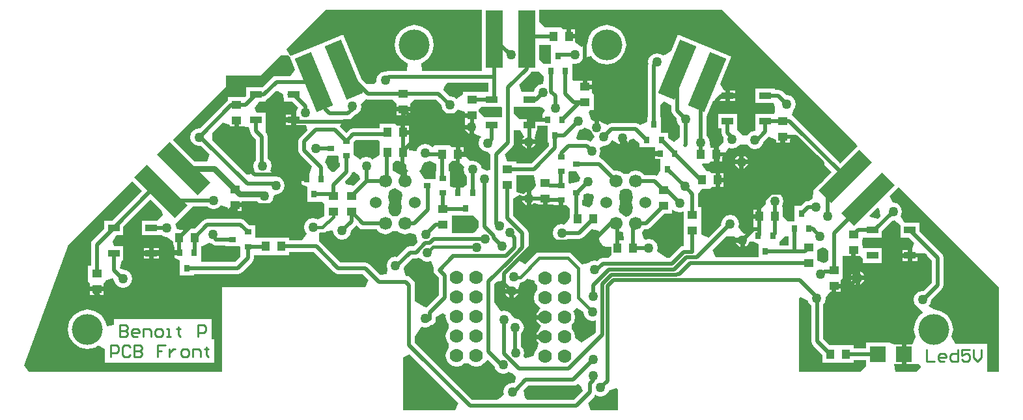
<source format=gtl>
%FSLAX24Y24*%
%MOIN*%
G70*
G01*
G75*
G04 Layer_Physical_Order=1*
G04 Layer_Color=255*
%ADD10R,0.0400X0.0500*%
G04:AMPARAMS|DCode=11|XSize=90.6mil|YSize=295.3mil|CornerRadius=0mil|HoleSize=0mil|Usage=FLASHONLY|Rotation=337.500|XOffset=0mil|YOffset=0mil|HoleType=Round|Shape=Rectangle|*
%AMROTATEDRECTD11*
4,1,4,-0.0983,-0.1191,0.0147,0.1537,0.0983,0.1191,-0.0147,-0.1537,-0.0983,-0.1191,0.0*
%
%ADD11ROTATEDRECTD11*%

%ADD12R,0.0354X0.0315*%
%ADD13R,0.0315X0.0354*%
%ADD14R,0.0500X0.0400*%
%ADD15R,0.0906X0.2953*%
G04:AMPARAMS|DCode=16|XSize=90.6mil|YSize=295.3mil|CornerRadius=0mil|HoleSize=0mil|Usage=FLASHONLY|Rotation=22.500|XOffset=0mil|YOffset=0mil|HoleType=Round|Shape=Rectangle|*
%AMROTATEDRECTD16*
4,1,4,0.0147,-0.1537,-0.0983,0.1191,-0.0147,0.1537,0.0983,-0.1191,0.0147,-0.1537,0.0*
%
%ADD16ROTATEDRECTD16*%

%ADD17R,0.0591X0.0354*%
G04:AMPARAMS|DCode=18|XSize=90.6mil|YSize=295.3mil|CornerRadius=0mil|HoleSize=0mil|Usage=FLASHONLY|Rotation=315.000|XOffset=0mil|YOffset=0mil|HoleType=Round|Shape=Rectangle|*
%AMROTATEDRECTD18*
4,1,4,-0.1364,-0.0724,0.0724,0.1364,0.1364,0.0724,-0.0724,-0.1364,-0.1364,-0.0724,0.0*
%
%ADD18ROTATEDRECTD18*%

G04:AMPARAMS|DCode=19|XSize=90.6mil|YSize=295.3mil|CornerRadius=0mil|HoleSize=0mil|Usage=FLASHONLY|Rotation=45.000|XOffset=0mil|YOffset=0mil|HoleType=Round|Shape=Rectangle|*
%AMROTATEDRECTD19*
4,1,4,0.0724,-0.1364,-0.1364,0.0724,-0.0724,0.1364,0.1364,-0.0724,0.0724,-0.1364,0.0*
%
%ADD19ROTATEDRECTD19*%

%ADD20R,0.0800X0.0800*%
%ADD21C,0.0197*%
%ADD22C,0.0157*%
%ADD23C,0.0315*%
%ADD24C,0.0100*%
%ADD25C,0.1575*%
%ADD26C,0.0700*%
%ADD27C,0.0600*%
%ADD28C,0.0669*%
%ADD29C,0.0500*%
G36*
X18864Y16018D02*
X18922Y15628D01*
X18799Y15504D01*
X18412Y15581D01*
X18381Y15658D01*
X18783Y16061D01*
X18864Y16018D01*
D02*
G37*
G36*
X4192Y16760D02*
X4273Y16638D01*
X4254Y16609D01*
X4200Y16339D01*
X4216Y16258D01*
X4049Y16055D01*
X3678Y16188D01*
Y16465D01*
X3751D01*
Y16741D01*
X3906Y16788D01*
X4192Y16760D01*
D02*
G37*
G36*
X1298Y17183D02*
X1182Y17010D01*
X1069Y16917D01*
Y16535D01*
Y16202D01*
X1085Y16206D01*
X1201Y16283D01*
X1265Y16288D01*
X1426Y16239D01*
D01*
X1426Y16239D01*
Y16239D01*
X1426D01*
D01*
Y16239D01*
D01*
D01*
X1426Y16239D01*
D01*
D01*
D01*
D01*
X1656D01*
Y16539D01*
X1896D01*
Y16239D01*
X2031D01*
X2031Y16239D01*
X2031Y16239D01*
X2126Y16239D01*
X2126D01*
X2309Y16191D01*
X2404Y16191D01*
X2404Y16191D01*
X2404Y16191D01*
X2467D01*
Y16449D01*
X2707D01*
Y16191D01*
X2718D01*
X2718Y16191D01*
X2718Y16191D01*
X2864Y16191D01*
D01*
Y16191D01*
X2864D01*
X3044Y16011D01*
Y15954D01*
X3044D01*
Y15562D01*
X2895Y15339D01*
X2740Y15212D01*
X2626Y15234D01*
X2450Y15199D01*
X2302Y15100D01*
X2202Y14951D01*
X2167Y14776D01*
X2202Y14600D01*
X2302Y14451D01*
X2450Y14352D01*
X2626Y14317D01*
X2802Y14352D01*
X2950Y14451D01*
X2964Y14471D01*
X3516D01*
X3632Y14494D01*
X3731Y14560D01*
X4129Y14959D01*
X4519Y14901D01*
X4623Y14707D01*
X4567Y14623D01*
X4536Y14468D01*
X4567Y14314D01*
X4655Y14182D01*
X4786Y14095D01*
X4941Y14064D01*
D01*
D01*
D01*
X4941Y14064D01*
X4941Y14064D01*
X5168Y14056D01*
Y13780D01*
X5168Y13780D01*
X5168Y13780D01*
X5168Y13658D01*
X5011Y13501D01*
X4728D01*
X4612Y13478D01*
X4513Y13412D01*
X4424Y13323D01*
X4295Y13349D01*
X4120Y13314D01*
X3971Y13214D01*
X3666Y13166D01*
X3666Y13166D01*
X3146Y13685D01*
X3054Y13747D01*
X2945Y13768D01*
X1484D01*
X1375Y13747D01*
X1283Y13685D01*
X772Y13174D01*
X424Y13359D01*
X436Y13417D01*
X833Y13815D01*
X899Y13913D01*
X922Y14030D01*
X922Y14030D01*
X922Y14030D01*
Y14030D01*
Y14748D01*
D01*
Y14748D01*
X922D01*
D01*
Y14748D01*
X922D01*
Y14748D01*
D01*
D01*
D01*
D01*
D01*
X922Y14748D01*
X899Y14864D01*
X877Y14897D01*
X877Y14897D01*
X833Y14963D01*
X833Y14963D01*
X147Y15649D01*
Y16532D01*
X481Y16740D01*
X619Y16672D01*
X616Y16655D01*
X829D01*
Y16868D01*
X812Y16865D01*
X696Y16788D01*
X669Y16747D01*
X293Y16861D01*
Y17632D01*
Y17728D01*
X1190D01*
X1298Y17183D01*
D02*
G37*
G36*
X19954Y15166D02*
Y14540D01*
X20396D01*
X20677Y14259D01*
X20569Y13998D01*
Y13618D01*
Y13341D01*
X20844D01*
Y13577D01*
X21208Y13728D01*
X21558Y13378D01*
Y12232D01*
X21127Y11802D01*
X21091Y11809D01*
X20915Y11774D01*
X20766Y11675D01*
X20667Y11526D01*
X20632Y11350D01*
X20667Y11175D01*
X20766Y11026D01*
X20915Y10927D01*
D01*
X21132Y10682D01*
X20942Y10554D01*
X20723Y10228D01*
X20647Y9843D01*
X20723Y9457D01*
X20750Y9418D01*
X20564Y9071D01*
X20266D01*
Y8571D01*
Y8071D01*
X20646D01*
Y8071D01*
X20884D01*
X20999Y7956D01*
D01*
D01*
Y7905D01*
X20772Y7677D01*
X19702D01*
X19628Y8064D01*
X19646Y8071D01*
D01*
X19674Y8071D01*
X19674Y8071D01*
X19674Y8071D01*
X20026D01*
Y8571D01*
Y9071D01*
X19674D01*
X19674Y9071D01*
X19674Y9071D01*
X19646Y9071D01*
D01*
X19396Y9171D01*
X19367Y9171D01*
X19367Y9171D01*
X19367Y9171D01*
X18196D01*
Y8875D01*
X17554D01*
Y9021D01*
X16334D01*
X16013Y9342D01*
Y11122D01*
X16093Y11242D01*
X16128Y11417D01*
X16121Y11454D01*
X16371Y11758D01*
X16443D01*
Y12058D01*
X16563D01*
Y12178D01*
X16913D01*
Y12180D01*
X16913Y12180D01*
X16913Y12180D01*
X16913Y12358D01*
X17013Y12458D01*
X17013Y12637D01*
X17013Y12637D01*
X17013Y12637D01*
Y13258D01*
X17013D01*
Y13585D01*
X17209D01*
Y13585D01*
X17439D01*
Y13885D01*
X17679D01*
Y13585D01*
X17746D01*
X17746Y13585D01*
X17746Y13585D01*
X17909Y13585D01*
X18024Y13470D01*
Y13241D01*
X19015D01*
Y13995D01*
X18187D01*
X18187Y13995D01*
X18187Y13995D01*
X18024Y13995D01*
X18009Y14285D01*
D01*
X18024Y14540D01*
D01*
X19015D01*
Y14860D01*
X19563Y15408D01*
X19587Y15403D01*
X19649Y15416D01*
X19954Y15166D01*
D02*
G37*
G36*
X5760Y14797D02*
X5818Y14408D01*
X5793Y14383D01*
X5400Y14402D01*
X5354Y14458D01*
X5487Y14829D01*
X5575Y14846D01*
X5616Y14874D01*
X5760Y14797D01*
D02*
G37*
G36*
X-7767Y15041D02*
X-7668Y14975D01*
X-7552Y14952D01*
X-6845D01*
X-6791Y14870D01*
X-6614Y14752D01*
X-6406Y14711D01*
X-6197Y14752D01*
X-6020Y14870D01*
X-5791D01*
X-5614Y14752D01*
X-5406Y14711D01*
X-5197Y14752D01*
X-5176Y14767D01*
X-4953Y14722D01*
X-4828Y14671D01*
X-4752Y14285D01*
X-4952Y14085D01*
X-5137D01*
X-5254Y14061D01*
X-5352Y13995D01*
X-5812Y13535D01*
X-5882Y13549D01*
X-6057Y13514D01*
X-6206Y13415D01*
X-6306Y13266D01*
X-6341Y13091D01*
X-6306Y12915D01*
X-6306Y12915D01*
Y12915D01*
Y12915D01*
X-6306Y12915D01*
X-6306D01*
X-6328Y12660D01*
X-6666Y12626D01*
X-7220Y13180D01*
X-7319Y13246D01*
X-7435Y13270D01*
X-8035D01*
X-8051Y13273D01*
X-8693D01*
X-9722Y14302D01*
X-9787Y14345D01*
X-9787Y14739D01*
X-9782Y14742D01*
X-9755Y14783D01*
X-9618D01*
X-9509Y14804D01*
X-9417Y14866D01*
X-9417Y14866D01*
X-9081Y14882D01*
X-9046Y14706D01*
X-8946Y14557D01*
X-8798Y14458D01*
X-8622Y14423D01*
X-8446Y14458D01*
X-8298Y14557D01*
X-8198Y14706D01*
X-8163Y14882D01*
X-8168Y14906D01*
X-7931Y15143D01*
X-7875Y15149D01*
X-7767Y15041D01*
D02*
G37*
G36*
X-1954Y15650D02*
X-1902D01*
X-1623Y15372D01*
Y15090D01*
X-1617Y15061D01*
X-1796Y14843D01*
X-1925Y14756D01*
X-2999D01*
Y14789D01*
X-2999D01*
Y15589D01*
Y15650D01*
X-2668D01*
Y15650D01*
X-1954D01*
Y15650D01*
D02*
G37*
G36*
X-11912Y22018D02*
X-11641Y21872D01*
X-11643Y21862D01*
X-11620Y21746D01*
X-11594Y21707D01*
Y21485D01*
X-11152D01*
X-10870Y21204D01*
X-10913Y21102D01*
X-10916Y21097D01*
X-10917Y21091D01*
X-10978Y20943D01*
Y20563D01*
Y20286D01*
X-10703D01*
Y20286D01*
X-10457D01*
X-10406Y20032D01*
X-10774Y19664D01*
X-10840Y19565D01*
X-10863Y19449D01*
Y19012D01*
X-10863Y19012D01*
X-10863D01*
X-10840Y18895D01*
X-10774Y18797D01*
X-10154Y18176D01*
X-10305Y17813D01*
X-10309D01*
Y17535D01*
X-10429D01*
Y17415D01*
X-10687D01*
Y17404D01*
X-10687Y17404D01*
X-10687Y17404D01*
X-10687Y17258D01*
X-10413Y17125D01*
D01*
X-10413Y17125D01*
Y16371D01*
X-9698D01*
Y16371D01*
X-9630D01*
X-9529Y16270D01*
Y15640D01*
X-9876Y15454D01*
X-9931Y15491D01*
X-10106Y15526D01*
X-10282Y15491D01*
X-10431Y15391D01*
X-10530Y15243D01*
X-10565Y15067D01*
X-10530Y14891D01*
X-10431Y14742D01*
X-10666Y14391D01*
X-11320D01*
Y14537D01*
X-12920D01*
Y14537D01*
X-13068D01*
X-13068Y14703D01*
X-13068Y14703D01*
X-13068Y14703D01*
Y15172D01*
X-13372D01*
X-13604Y15404D01*
X-13702Y15470D01*
X-13819Y15493D01*
X-15519D01*
X-15635Y15470D01*
X-15734Y15404D01*
X-16157Y14981D01*
X-16398D01*
X-16398Y14981D01*
X-16398Y14981D01*
X-16576Y14981D01*
X-16664Y14894D01*
X-17050Y14971D01*
X-17164Y15245D01*
X-16975Y15434D01*
X-16975D01*
X-16975Y15434D01*
X-16272Y16137D01*
X-15539D01*
X-15525Y16117D01*
X-15376Y16017D01*
X-15201Y15982D01*
X-15025Y16017D01*
X-14876Y16117D01*
X-14825Y16193D01*
X-14448Y16079D01*
Y15904D01*
X-14218D01*
Y16204D01*
X-14098D01*
Y16324D01*
X-13748D01*
Y16407D01*
X-12975D01*
X-12923Y16329D01*
X-12774Y16230D01*
X-12598Y16195D01*
X-12423Y16230D01*
X-12274Y16329D01*
X-12175Y16478D01*
X-12140Y16654D01*
X-12041Y16752D01*
X-12008Y16746D01*
X-11832Y16781D01*
X-11683Y16880D01*
X-11584Y17029D01*
X-11549Y17205D01*
X-11584Y17380D01*
X-11683Y17529D01*
X-11832Y17629D01*
X-12008Y17664D01*
X-12089Y17647D01*
X-12308Y17975D01*
X-12269Y18033D01*
X-12234Y18209D01*
X-12269Y18384D01*
X-12368Y18533D01*
X-12436Y18578D01*
Y19701D01*
X-12459Y19817D01*
X-12525Y19916D01*
X-12532Y19923D01*
X-12532Y20186D01*
X-12532D01*
Y20940D01*
X-13005D01*
X-13095Y21158D01*
X-12876Y21485D01*
X-12532D01*
Y21574D01*
X-12498Y21581D01*
X-12399Y21647D01*
X-12029Y22018D01*
X-11912D01*
D02*
G37*
G36*
X3563Y17595D02*
X3556Y17585D01*
X3526Y17434D01*
X3456Y17396D01*
X3028Y17311D01*
X2964Y17338D01*
Y17554D01*
X2964D01*
Y17564D01*
X2968Y17568D01*
X2968D01*
Y17909D01*
X3001Y17942D01*
X3246Y17942D01*
X3246Y17942D01*
X3246Y17942D01*
X3377D01*
X3563Y17595D01*
D02*
G37*
G36*
X-7310Y21609D02*
X-6030D01*
X-5934Y21513D01*
D01*
X-5834Y21413D01*
X-5834Y21235D01*
X-5834Y21235D01*
X-5834Y21235D01*
Y21233D01*
X-5134D01*
Y21235D01*
X-5134Y21235D01*
X-5134Y21235D01*
X-5134Y21413D01*
X-5034Y21513D01*
D01*
X-4939Y21609D01*
X-3807D01*
X-3537Y21339D01*
X-3541Y21319D01*
X-3507Y21143D01*
X-3407Y20994D01*
X-3258Y20895D01*
X-3083Y20860D01*
X-2907Y20895D01*
X-2758Y20994D01*
X-2691Y21095D01*
X-2315Y20980D01*
X-2315Y20908D01*
X-2315Y20908D01*
X-2315Y20908D01*
Y20907D01*
X-1965D01*
Y20667D01*
X-2315D01*
Y20487D01*
X-2315D01*
X-2315Y20327D01*
X-2318Y20322D01*
X-2321Y20305D01*
X-1988D01*
Y20185D01*
X-1868D01*
Y19852D01*
X-1852Y19855D01*
X-1494Y19698D01*
D01*
X-1494Y19698D01*
X-1593Y19550D01*
X-1628Y19374D01*
X-1593Y19198D01*
X-1494Y19050D01*
X-1345Y18950D01*
X-1169Y18915D01*
X-1169Y18915D01*
X-1169Y18915D01*
X-1141Y18912D01*
X-1046Y18781D01*
Y17991D01*
X-1224Y17980D01*
X-1497Y18109D01*
X-1513Y18191D01*
X-1613Y18340D01*
X-1761Y18440D01*
X-1937Y18475D01*
X-2077Y18447D01*
X-2167Y18521D01*
X-2273Y18679D01*
X-2681D01*
Y18799D01*
X-2801D01*
Y19149D01*
X-2803D01*
X-2803Y19149D01*
X-2803Y19149D01*
X-2981Y19149D01*
X-3081Y19249D01*
X-3259Y19249D01*
X-3259Y19249D01*
X-3259Y19249D01*
X-3881D01*
Y19249D01*
X-4011Y19170D01*
X-4042Y19187D01*
X-4042Y19187D01*
Y19187D01*
X-4191Y19286D01*
X-4366Y19321D01*
X-4542Y19286D01*
X-4691Y19187D01*
X-4790Y19038D01*
X-4807Y18950D01*
X-5199Y18989D01*
Y19248D01*
X-5212D01*
Y19571D01*
X-5212D01*
Y19801D01*
X-5512D01*
Y19921D01*
X-5632D01*
Y20271D01*
X-5633D01*
X-5633Y20271D01*
X-5633Y20271D01*
X-5812Y20271D01*
X-5912Y20371D01*
X-6090Y20371D01*
X-6090Y20371D01*
X-6090Y20371D01*
X-6712D01*
Y20131D01*
X-8059D01*
X-8175Y20108D01*
X-8274Y20042D01*
X-8409Y19907D01*
X-8728Y20226D01*
X-8596Y20544D01*
X-8566Y20589D01*
X-8319D01*
X-8202Y20613D01*
X-8104Y20679D01*
X-7956Y20826D01*
X-7927Y20832D01*
X-7778Y20931D01*
X-7678Y21080D01*
X-7644Y21256D01*
X-7661Y21345D01*
X-7383Y21624D01*
X-7310Y21609D01*
D02*
G37*
G36*
X-5497Y18437D02*
X-5339Y18243D01*
X-5346Y18209D01*
X-5315Y18054D01*
X-5315Y18054D01*
X-5227Y17923D01*
X-5286Y17904D01*
Y17421D01*
X-5526D01*
Y17841D01*
X-5575Y17831D01*
X-5679Y17761D01*
X-6026Y17947D01*
Y18320D01*
X-5899Y18448D01*
D01*
X-5891Y18456D01*
X-5497Y18437D01*
D02*
G37*
G36*
X-8820Y18745D02*
X-8820D01*
X-8787Y18712D01*
Y18371D01*
X-8714D01*
Y18191D01*
X-8992Y17913D01*
X-9156Y17913D01*
X-9377Y18134D01*
D01*
X-9377Y18134D01*
X-9400Y18250D01*
X-9422Y18284D01*
X-9422Y18284D01*
X-9466Y18349D01*
X-9466Y18349D01*
X-9498Y18381D01*
X-9498Y18381D01*
X-9347Y18745D01*
X-8820D01*
D01*
D02*
G37*
G36*
X6197Y16918D02*
X6197D01*
X6197Y16918D01*
D01*
X6254Y16609D01*
X6254D01*
X6254Y16609D01*
X6200Y16339D01*
X6254Y16069D01*
X6254Y16069D01*
X6254Y16069D01*
X6197Y15760D01*
D01*
X6197D01*
D01*
D01*
X6197Y15760D01*
D01*
X6020Y15641D01*
X6020D01*
Y15641D01*
X5903Y15613D01*
X5572Y15826D01*
X5531Y16029D01*
X5557Y16069D01*
X5611Y16339D01*
X5557Y16609D01*
X5557Y16609D01*
X5557Y16609D01*
X5614Y16918D01*
D01*
X5614Y16918D01*
X5614D01*
X5791Y17036D01*
X6020D01*
X6197Y16918D01*
D02*
G37*
G36*
X-5572Y16851D02*
X-5531Y16648D01*
X-5557Y16609D01*
X-5611Y16339D01*
X-5557Y16069D01*
X-5557Y16069D01*
X-5557Y16069D01*
X-5614Y15760D01*
D01*
X-5614D01*
D01*
D01*
X-5614Y15760D01*
D01*
X-5791Y15641D01*
X-6020D01*
X-6197Y15760D01*
D01*
X-6197Y15760D01*
D01*
D01*
X-6197D01*
D01*
X-6254Y16069D01*
X-6254D01*
X-6254Y16069D01*
X-6200Y16339D01*
X-6254Y16609D01*
X-6254Y16609D01*
X-6254Y16609D01*
X-6197Y16918D01*
D01*
X-6197Y16918D01*
X-6197D01*
X-6020Y17036D01*
X-6020D01*
Y17036D01*
X-5903Y17064D01*
X-5572Y16851D01*
D02*
G37*
G36*
X-7744Y17687D02*
X-7684Y17542D01*
X-8028Y17198D01*
X-8414Y17275D01*
X-8471Y17413D01*
X-8194Y17690D01*
X-8128Y17789D01*
X-8115Y17857D01*
X-7983Y17883D01*
X-7744Y17687D01*
D02*
G37*
G36*
X14919Y11475D02*
X15232Y11308D01*
X15245Y11242D01*
X15345Y11093D01*
X15404Y11053D01*
Y9216D01*
X15404Y9216D01*
X15404D01*
X15428Y9099D01*
X15494Y9001D01*
X15954Y8541D01*
Y8121D01*
X17554D01*
Y8267D01*
X18196D01*
X18196Y7971D01*
X18196D01*
Y7956D01*
X17917Y7677D01*
X14764D01*
Y11443D01*
X14866Y11486D01*
X14919Y11475D01*
D02*
G37*
G36*
X3743Y10740D02*
X3742Y10732D01*
X3777Y10557D01*
X3876Y10408D01*
X4025Y10308D01*
X4201Y10273D01*
D01*
D01*
D01*
X4201Y10273D01*
X4201Y10273D01*
D01*
X4201Y10273D01*
X4382Y10305D01*
Y9691D01*
X4324Y9632D01*
X3631Y9169D01*
X3304Y9388D01*
X3317Y9453D01*
X3274Y9667D01*
X3152Y9849D01*
Y10056D01*
X3274Y10238D01*
X3317Y10453D01*
X3274Y10667D01*
X3202Y10775D01*
X3406Y10942D01*
X3743Y10740D01*
D02*
G37*
G36*
X-3302Y10564D02*
X-3317Y10488D01*
X-3274Y10274D01*
X-3152Y10092D01*
Y9885D01*
X-3274Y9703D01*
X-3317Y9488D01*
X-3274Y9274D01*
X-3152Y9092D01*
Y8885D01*
X-3274Y8703D01*
X-3317Y8488D01*
X-3274Y8274D01*
X-3152Y8092D01*
X-2970Y7970D01*
X-2756Y7927D01*
X-2541Y7970D01*
X-2359Y8092D01*
X-2152D01*
X-1971Y7970D01*
X-1756Y7927D01*
X-1541Y7970D01*
X-1359Y8092D01*
D01*
X-1359Y8092D01*
X-1359Y8092D01*
X-1359Y8092D01*
Y8092D01*
X-1160Y8297D01*
X-806Y7942D01*
X-786Y7844D01*
X-687Y7695D01*
X-538Y7596D01*
X-362Y7561D01*
X-187Y7596D01*
X-86Y7663D01*
X142Y7555D01*
X274Y7446D01*
X280Y7390D01*
X228Y7131D01*
X179Y7081D01*
X102Y7097D01*
X-73Y7062D01*
X-222Y6962D01*
X-322Y6813D01*
X-356Y6638D01*
X-334Y6526D01*
X-465Y6366D01*
X-682Y6222D01*
X-1953D01*
X-4881Y9150D01*
Y9466D01*
X-4550Y9962D01*
X-4374Y9927D01*
X-4198Y9962D01*
X-4050Y10061D01*
X-4047Y10065D01*
X-4006Y10073D01*
X-3907Y10139D01*
X-3841Y10238D01*
X-3818Y10354D01*
Y10457D01*
X-3480Y10659D01*
X-3302Y10564D01*
D02*
G37*
G36*
X-18852Y16917D02*
X-20364Y15405D01*
X-20806D01*
Y14963D01*
X-21388Y14381D01*
X-21454Y14282D01*
X-21477Y14165D01*
X-21477Y14165D01*
X-21477D01*
X-21477Y14165D01*
X-21477D01*
Y13105D01*
X-21615D01*
Y12483D01*
X-21615Y12483D01*
X-21615Y12483D01*
X-21615Y12305D01*
X-21515Y12205D01*
X-21515Y12026D01*
X-21515Y12026D01*
X-21515Y12026D01*
Y12025D01*
X-20815D01*
Y12026D01*
X-20815Y12026D01*
X-20815Y12026D01*
X-20815Y12205D01*
X-20715Y12305D01*
Y12318D01*
X-20352Y12469D01*
D01*
X-20255Y12250D01*
Y12250D01*
X-20155Y12101D01*
X-20006Y12001D01*
X-19831Y11966D01*
X-19655Y12001D01*
X-19506Y12101D01*
X-19407Y12250D01*
X-19372Y12425D01*
X-19407Y12601D01*
X-19506Y12750D01*
X-19655Y12849D01*
X-19831Y12884D01*
X-19831Y12884D01*
X-19831Y12884D01*
X-19983Y12971D01*
X-19882Y13351D01*
X-19816D01*
Y14106D01*
X-20288D01*
X-20378Y14323D01*
X-20160Y14650D01*
X-19816D01*
Y15093D01*
X-18422Y16487D01*
X-17851Y15916D01*
X-17809Y15709D01*
X-18059Y15405D01*
X-18877D01*
Y14650D01*
X-17887D01*
X-17887Y14650D01*
Y14650D01*
X-17854Y14668D01*
X-17758Y14604D01*
X-17583Y14569D01*
X-17581Y14569D01*
X-17276Y14319D01*
Y14319D01*
X-17276Y14319D01*
X-17276Y14319D01*
X-17276Y14181D01*
X-17194Y14041D01*
X-17194Y13903D01*
X-17194Y13903D01*
X-17194Y13903D01*
Y13884D01*
X-16937D01*
Y13644D01*
X-17194D01*
Y13632D01*
X-17194Y13632D01*
X-17194Y13632D01*
X-17194Y13487D01*
X-16920Y13354D01*
D01*
X-16920Y13354D01*
Y12599D01*
X-16206D01*
Y12672D01*
X-13953D01*
X-13836Y12695D01*
X-13738Y12761D01*
X-13230Y13269D01*
X-13230Y13269D01*
X-13230Y13269D01*
X-13164Y13368D01*
X-13141Y13484D01*
Y13637D01*
X-12920D01*
Y13637D01*
X-11320D01*
Y13782D01*
X-10063D01*
X-9034Y12753D01*
X-8935Y12687D01*
X-8819Y12664D01*
X-8064D01*
X-8048Y12661D01*
X-7561D01*
X-7272Y12372D01*
X-7422Y12008D01*
X-14764D01*
Y7677D01*
X-24657D01*
X-24883Y8000D01*
X-22638Y14173D01*
X-19373Y17438D01*
X-18852Y16917D01*
D02*
G37*
G36*
X-2664Y6072D02*
X-2815Y5709D01*
X-5512D01*
Y8406D01*
X-5148Y8556D01*
X-2664Y6072D01*
D02*
G37*
G36*
X3600Y6939D02*
X3714Y6683D01*
X3252Y6222D01*
X886D01*
X721Y6332D01*
X682Y6724D01*
X906Y6948D01*
X3217D01*
X3333Y6971D01*
X3432Y7037D01*
X3494Y7040D01*
X3600Y6939D01*
D02*
G37*
G36*
X5512Y6770D02*
Y5709D01*
X4114D01*
X3963Y6072D01*
X4299Y6408D01*
X4348Y6482D01*
X4431Y6427D01*
X4606Y6392D01*
X4782Y6427D01*
X4931Y6526D01*
X5030Y6675D01*
X5034Y6695D01*
X5398Y6846D01*
X5512Y6770D01*
D02*
G37*
G36*
X-4709Y13499D02*
X-4709Y13499D01*
X-4614Y13480D01*
X-4576Y13424D01*
X-4428Y13324D01*
X-4252Y13289D01*
X-4076Y13324D01*
X-4076Y13324D01*
D01*
X-3918Y12995D01*
X-3941Y12879D01*
Y12879D01*
X-3918Y12762D01*
X-3852Y12664D01*
X-3669Y12481D01*
Y11590D01*
X-4290Y10969D01*
X-4428Y10983D01*
X-4856Y11268D01*
X-4881Y11305D01*
Y12102D01*
X-4904Y12219D01*
X-4970Y12317D01*
X-5135Y12483D01*
X-5234Y12549D01*
X-5350Y12572D01*
D01*
X-5350Y12572D01*
D01*
D01*
D01*
X-5458Y12915D01*
X-5430Y13057D01*
X-5011Y13476D01*
X-4826D01*
X-4709Y13499D01*
X-4709Y13499D01*
D02*
G37*
G36*
X25000Y12008D02*
Y7677D01*
X24398D01*
Y7677D01*
Y7905D01*
X24398Y7956D01*
X24398Y7956D01*
X24398Y7956D01*
Y9105D01*
X22766D01*
X22580Y9452D01*
X22584Y9457D01*
X22660Y9843D01*
X22584Y10228D01*
X22365Y10554D01*
X22039Y10773D01*
X21654Y10849D01*
X21415Y11026D01*
X21415Y11026D01*
X21514Y11175D01*
X21549Y11350D01*
X21547Y11361D01*
X22077Y11891D01*
X22077Y11891D01*
X22077Y11891D01*
X22143Y11990D01*
X22166Y12106D01*
Y13504D01*
Y13504D01*
Y13504D01*
X22166D01*
D01*
D01*
X22166Y13504D01*
D01*
D01*
D01*
D01*
X22166Y13504D01*
X22143Y13620D01*
X22121Y13654D01*
X22121Y13654D01*
X22077Y13719D01*
X22077Y13719D01*
X20944Y14852D01*
Y15294D01*
X20166D01*
X19980Y15642D01*
X20011Y15687D01*
X20045Y15862D01*
X20011Y16038D01*
X19911Y16187D01*
X19762Y16286D01*
X19587Y16321D01*
X19574Y16318D01*
X19388Y16666D01*
X19865Y17143D01*
X25000Y12008D01*
D02*
G37*
G36*
X11441Y14609D02*
X11532Y14518D01*
X11882D01*
Y14398D01*
X12002D01*
Y14065D01*
X12018Y14068D01*
X12134Y14145D01*
X12212Y14261D01*
X12228Y14345D01*
X12420D01*
X12694Y14212D01*
D01*
X12694Y14212D01*
Y13537D01*
X10489D01*
X10338Y13900D01*
X11047Y14609D01*
X11441D01*
D02*
G37*
G36*
X14178Y14607D02*
Y14607D01*
X14231Y14607D01*
Y14139D01*
X13783D01*
Y14139D01*
Y14245D01*
Y14329D01*
X14061Y14607D01*
X14178D01*
D02*
G37*
G36*
X8285Y15959D02*
X8486Y15875D01*
X8486Y15875D01*
Y15875D01*
X8486D01*
X8486D01*
X8486Y15875D01*
X8661Y15840D01*
D01*
D01*
D01*
X8661Y15840D01*
X8661Y15840D01*
D01*
D01*
X8857Y15865D01*
Y15294D01*
Y14494D01*
X8886D01*
Y14111D01*
X8769Y14088D01*
X8671Y14022D01*
X8150Y13501D01*
X8002D01*
X7507Y13832D01*
X7541Y14008D01*
X7507Y14183D01*
X7407Y14332D01*
X7258Y14432D01*
X7083Y14467D01*
X6907Y14432D01*
X6907Y14432D01*
X6907Y14432D01*
X6859Y14436D01*
X6795Y14516D01*
X6730Y14765D01*
X6743Y14838D01*
X6791Y14870D01*
X6845Y14952D01*
X6929D01*
X7046Y14975D01*
X7144Y15041D01*
X7865Y15761D01*
X8285D01*
Y15959D01*
D01*
X8285Y15959D01*
D02*
G37*
G36*
X1220Y12327D02*
X1238Y12238D01*
X1359Y12056D01*
Y11849D01*
X1238Y11667D01*
X1195Y11453D01*
X1238Y11238D01*
X1359Y11056D01*
X1541Y10935D01*
X1541Y10935D01*
X1431Y10777D01*
X1431Y10777D01*
X1431D01*
X1332Y10628D01*
X1321Y10573D01*
X1756D01*
Y10333D01*
X1321D01*
X1332Y10277D01*
X1431Y10128D01*
X1580Y10029D01*
X1580Y10029D01*
X1431Y9777D01*
X1431Y9777D01*
X1431D01*
X1332Y9628D01*
X1321Y9573D01*
X1756D01*
Y9333D01*
X1321D01*
X1332Y9277D01*
X1431Y9128D01*
D01*
X1431Y9128D01*
X1431D01*
X1431Y9128D01*
X1359Y8849D01*
D01*
X1238Y8667D01*
X1202Y8486D01*
X1053Y8424D01*
X785Y8371D01*
X703Y8426D01*
X685Y8447D01*
X719Y8614D01*
X684Y8790D01*
X584Y8939D01*
X533Y8973D01*
Y9599D01*
X553Y9613D01*
X652Y9761D01*
X687Y9937D01*
X652Y10113D01*
X553Y10261D01*
X404Y10361D01*
X228Y10396D01*
X228Y10396D01*
X228Y10396D01*
X94Y10485D01*
X89Y10510D01*
X-10Y10659D01*
X-159Y10759D01*
X-335Y10793D01*
X-510Y10759D01*
X-826Y11231D01*
Y12159D01*
X-717Y12268D01*
X-445Y12322D01*
X-226Y11995D01*
X-271Y11928D01*
X-274Y11911D01*
X392D01*
X389Y11928D01*
X512Y12228D01*
D01*
X512Y12228D01*
X621Y12249D01*
X713Y12311D01*
X843Y12441D01*
X1220Y12327D01*
D02*
G37*
G36*
X16134Y14005D02*
X16259Y13818D01*
Y13358D01*
X16137Y13258D01*
X16113D01*
Y13258D01*
X16113Y13258D01*
X16030Y13217D01*
X15710Y13368D01*
Y13620D01*
Y13906D01*
X15971Y14029D01*
X16134Y14005D01*
D02*
G37*
G36*
X-15412Y14257D02*
X-15318Y14239D01*
X-15310Y14226D01*
X-15211Y14160D01*
X-15094Y14137D01*
X-14609D01*
Y14083D01*
X-14100D01*
X-14100Y14083D01*
X-14100Y14083D01*
X-13855Y14083D01*
X-13822Y14050D01*
X-13822Y13709D01*
X-13822D01*
X-13822Y13559D01*
X-14100Y13281D01*
X-15831D01*
Y13281D01*
Y13387D01*
X-15832Y13559D01*
X-15831Y13559D01*
X-15832Y13559D01*
Y14081D01*
X-15776D01*
Y14083D01*
X-15429Y14269D01*
X-15412Y14257D01*
D02*
G37*
G36*
X17773Y19235D02*
X16874Y18336D01*
X14487Y20723D01*
X14388Y20789D01*
X14474Y21038D01*
X14474Y21038D01*
X14474D01*
X14574Y21187D01*
X14608Y21362D01*
X14574Y21538D01*
X14474Y21687D01*
X14325Y21786D01*
X14150Y21821D01*
X14126Y21816D01*
X13928Y22014D01*
X13829Y22080D01*
X13713Y22103D01*
X13543D01*
Y22176D01*
X12552D01*
Y21422D01*
X13456D01*
X13543Y21235D01*
X13543Y20973D01*
X13487Y20908D01*
X13487D01*
X13487Y20877D01*
X12552D01*
Y20123D01*
X12552Y20123D01*
X12552D01*
X12525Y19988D01*
X12512Y19990D01*
X12336Y19955D01*
X12187Y19856D01*
X12131Y19772D01*
X11892D01*
X11613Y20050D01*
Y20123D01*
X11613D01*
Y20877D01*
X10623D01*
Y20123D01*
X10814D01*
Y19890D01*
X10837Y19773D01*
X10903Y19675D01*
X10911Y19666D01*
X10888Y19547D01*
X10908Y19446D01*
X10755Y19260D01*
X10656Y19194D01*
Y18791D01*
Y18441D01*
X10836D01*
Y18622D01*
X11171Y19123D01*
X11346Y19088D01*
X11522Y19123D01*
X11671Y19223D01*
X11727Y19307D01*
X12121D01*
X12187Y19207D01*
X12336Y19108D01*
X12512Y19073D01*
X12687Y19108D01*
X12836Y19207D01*
X12936Y19356D01*
X12950Y19429D01*
X13223Y19702D01*
X13480Y19596D01*
X13587Y19525D01*
Y19408D01*
X13817D01*
Y19708D01*
X14057D01*
Y19408D01*
X14287D01*
Y19548D01*
X14651Y19698D01*
X16443Y17906D01*
X15473Y16936D01*
X15494Y16915D01*
X15455Y16523D01*
X15317Y16431D01*
X15304Y16411D01*
X15236D01*
X15175Y16398D01*
X15120Y16387D01*
X15120Y16387D01*
X15120Y16387D01*
X15069Y16354D01*
X15021Y16321D01*
X15021Y16321D01*
X15021Y16321D01*
X15005Y16298D01*
X14856Y16149D01*
X14552D01*
Y15394D01*
D01*
Y15394D01*
X14519Y15361D01*
X14178Y15361D01*
D01*
X13920Y15619D01*
Y16068D01*
X13920Y16068D01*
X13920D01*
X13887Y16130D01*
X13944Y16214D01*
X13979Y16390D01*
X13944Y16565D01*
X13844Y16714D01*
X13695Y16814D01*
X13520Y16849D01*
X13344Y16814D01*
X13195Y16714D01*
X13096Y16565D01*
X13061Y16390D01*
X13084Y16272D01*
X12964Y16126D01*
X12840Y16044D01*
Y15618D01*
X12720D01*
Y15498D01*
X12420D01*
Y15268D01*
X12420D01*
Y14900D01*
X12420Y14899D01*
X12420D01*
Y14877D01*
X12074Y14692D01*
X12064Y14697D01*
X12018Y14727D01*
X11980Y14735D01*
X11869Y14785D01*
X11672Y15080D01*
X11703Y15236D01*
X11668Y15412D01*
X11569Y15561D01*
X11420Y15660D01*
X11244Y15695D01*
X11069Y15660D01*
X10920Y15561D01*
X10820Y15412D01*
X10785Y15236D01*
X10790Y15212D01*
X10121Y14543D01*
X9757Y14694D01*
Y15294D01*
Y16094D01*
X9611D01*
Y16772D01*
D01*
X9611Y16772D01*
D01*
X9819Y17042D01*
Y17042D01*
X10032D01*
X10032Y17042D01*
X10032Y17042D01*
X10210Y17042D01*
X10310Y17142D01*
X10489Y17142D01*
X10489Y17142D01*
X10489Y17142D01*
X10490D01*
Y17492D01*
Y17842D01*
X10489D01*
X10489Y17842D01*
X10489Y17842D01*
X10310Y17842D01*
X10210Y17942D01*
X10032Y17942D01*
X10032Y17942D01*
X10032Y17942D01*
X10025D01*
X9806Y18269D01*
X9836Y18341D01*
X9958D01*
X9958Y18341D01*
X9958Y18341D01*
X10136Y18341D01*
X10236Y18441D01*
X10415Y18441D01*
X10415Y18441D01*
X10415Y18441D01*
X10416D01*
Y18791D01*
Y19141D01*
X10415D01*
X10415Y19141D01*
X10415Y19141D01*
X10236Y19141D01*
X10195Y19394D01*
X10195Y19394D01*
X10195D01*
X10160Y19569D01*
X10061Y19718D01*
X10040Y19732D01*
Y20746D01*
X10362Y21522D01*
X10723D01*
Y21522D01*
X10998D01*
Y21799D01*
Y22076D01*
X10946D01*
X10727Y22404D01*
X11308Y23805D01*
X10102Y24305D01*
D01*
X9780Y24438D01*
Y24438D01*
X9780Y24438D01*
X8574Y24938D01*
X8229Y24105D01*
X7921Y23899D01*
X7799Y23862D01*
X7683Y23940D01*
X7508Y23975D01*
X7332Y23940D01*
X7183Y23840D01*
X7084Y23691D01*
X7049Y23516D01*
X7063Y23444D01*
X7046Y23358D01*
Y20696D01*
X6993D01*
Y20460D01*
X6629Y20309D01*
X6629Y20310D01*
X6530Y20376D01*
X6413Y20399D01*
X5173D01*
X5057Y20376D01*
X4958Y20310D01*
D01*
X4670Y20429D01*
X4670Y20429D01*
Y20429D01*
X4554Y20507D01*
X4537Y20510D01*
Y20177D01*
X4297D01*
Y20510D01*
X4281Y20507D01*
X4263Y20495D01*
X4121Y20554D01*
X3988Y20924D01*
X4058Y21056D01*
X4257D01*
Y21678D01*
X4257Y21678D01*
X4257Y21678D01*
X4257Y21856D01*
X4157Y21956D01*
X4157Y22134D01*
X4157Y22134D01*
X4157Y22134D01*
Y22136D01*
X3807D01*
Y22256D01*
X3687D01*
Y22556D01*
X3457D01*
Y22556D01*
X3229D01*
X3165Y22621D01*
Y22674D01*
X3165D01*
Y23319D01*
X3165Y23319D01*
X3165Y23319D01*
X3165Y23428D01*
X3319Y23443D01*
X3319Y23443D01*
Y23443D01*
X3494Y23478D01*
X3643Y23577D01*
X3743Y23726D01*
X3745Y23738D01*
X4131Y23814D01*
X4209Y23698D01*
X4536Y23479D01*
X4921Y23403D01*
X5307Y23479D01*
X5633Y23698D01*
X5851Y24024D01*
X5928Y24409D01*
X5851Y24795D01*
X5633Y25121D01*
X5307Y25340D01*
X4921Y25416D01*
X4536Y25340D01*
X4209Y25121D01*
X3991Y24795D01*
X3920Y24435D01*
X3620Y24311D01*
X3293Y24530D01*
Y24715D01*
X2993D01*
Y24835D01*
X2873D01*
Y25185D01*
X2871D01*
X2871Y25185D01*
X2871Y25185D01*
X2693Y25185D01*
X2593Y25285D01*
X2415Y25285D01*
X2415Y25285D01*
X2415Y25285D01*
X1793D01*
Y25285D01*
X1758D01*
X1480Y25563D01*
Y26181D01*
X10827D01*
X17773Y19235D01*
D02*
G37*
G36*
X8231Y21303D02*
Y21035D01*
X8231Y21035D01*
X8231D01*
X8254Y20919D01*
X8320Y20820D01*
X8518Y20622D01*
X8514Y20598D01*
X8549Y20423D01*
X8648Y20274D01*
X8668Y20261D01*
Y19676D01*
X8383Y19442D01*
X8082Y19644D01*
Y19909D01*
X7708D01*
Y19942D01*
X7708D01*
Y20696D01*
X7655D01*
Y21335D01*
X7884Y21488D01*
X8231Y21303D01*
D02*
G37*
G36*
X3793Y20180D02*
X3793Y20180D01*
X4088Y20041D01*
X4165Y19925D01*
X4165Y19925D01*
X4313Y19693D01*
X4113Y19432D01*
X4113Y19432D01*
X4014Y19498D01*
X3898Y19521D01*
X3430D01*
X3386Y19628D01*
X3432Y19864D01*
X3537Y20059D01*
X3644Y20080D01*
X3793Y20180D01*
X3793D01*
D02*
G37*
G36*
X-6712Y19471D02*
X-6699Y19348D01*
Y19348D01*
X-6699Y19193D01*
X-6699Y19193D01*
X-6699Y19193D01*
Y18771D01*
X-7050Y18537D01*
X-7198Y18636D01*
X-7374Y18671D01*
X-7550Y18636D01*
X-7685Y18546D01*
X-7819Y18617D01*
X-8032Y18760D01*
Y19086D01*
D01*
Y19086D01*
X-8032Y19086D01*
Y19119D01*
X-8032D01*
Y19423D01*
X-7933Y19523D01*
X-6763D01*
X-6712Y19471D01*
D02*
G37*
G36*
X5856Y19289D02*
X5873Y19292D01*
X5989Y19370D01*
X6066Y19485D01*
X6072Y19515D01*
X6303Y19585D01*
X6619Y19350D01*
Y19154D01*
X7334D01*
Y19154D01*
X7334D01*
X7334Y19154D01*
X7367D01*
D01*
X7400Y19154D01*
Y19104D01*
X7400D01*
Y18947D01*
X7657D01*
Y18707D01*
X7400D01*
Y18550D01*
X7674D01*
Y18417D01*
X7674D01*
Y17976D01*
X7491Y17702D01*
X7375Y17726D01*
D01*
X7375Y17726D01*
Y17726D01*
X6845D01*
X6791Y17807D01*
X6614Y17925D01*
X6406Y17966D01*
X6197Y17925D01*
X6020Y17807D01*
X5791D01*
X5614Y17925D01*
X5406Y17966D01*
X5310Y17947D01*
X4743Y18514D01*
X4644Y18580D01*
Y18580D01*
X4644Y18580D01*
Y18580D01*
D01*
X4644D01*
X4528Y18701D01*
X4581Y18781D01*
X4616Y18957D01*
X4581Y19132D01*
X4581Y19132D01*
Y19132D01*
X4772Y19234D01*
X4772Y19234D01*
Y19234D01*
X4947Y19269D01*
X5096Y19368D01*
X5196Y19517D01*
X5484Y19370D01*
X5484Y19370D01*
Y19370D01*
X5600Y19292D01*
X5616Y19289D01*
Y19622D01*
X5856D01*
Y19289D01*
D02*
G37*
G36*
X1644Y20278D02*
X1918Y20278D01*
Y20145D01*
X1918D01*
Y19391D01*
X1971D01*
Y19244D01*
X1064Y18337D01*
X293D01*
Y18432D01*
X-147D01*
X-297Y18796D01*
X97Y19190D01*
X163Y19289D01*
X186Y19406D01*
X186Y19406D01*
X186Y19406D01*
Y19406D01*
Y20034D01*
X504D01*
X689Y19687D01*
X619Y19581D01*
X616Y19565D01*
X1282D01*
X1279Y19581D01*
X1238Y19642D01*
X1338Y20023D01*
X1360Y20034D01*
D01*
X1360D01*
X1360Y20278D01*
D01*
X1644D01*
Y20278D01*
D02*
G37*
G36*
X-469Y21233D02*
X-469D01*
X-422Y21186D01*
Y20688D01*
X-469D01*
Y20688D01*
X-1336D01*
X-1615Y20967D01*
Y21087D01*
X-1515Y21187D01*
D01*
X-1468Y21233D01*
X-1460D01*
Y21233D01*
X-469D01*
D01*
D02*
G37*
G36*
X1460Y21233D02*
Y21233D01*
X1645Y21196D01*
X1774Y21068D01*
X1644Y20832D01*
X1644D01*
X1644Y20588D01*
X1360D01*
Y20588D01*
X1085D01*
Y20311D01*
X845D01*
Y20588D01*
X569D01*
Y20588D01*
X465D01*
X186Y20867D01*
Y21233D01*
X469D01*
Y21233D01*
X1460D01*
X1460Y21233D01*
D02*
G37*
G36*
X-11369Y23867D02*
X-11308Y23805D01*
X-11308D01*
X-11308Y23805D01*
X-11031Y23138D01*
X-11250Y22811D01*
X-11970D01*
X-12086Y22788D01*
X-12185Y22722D01*
X-12667Y22239D01*
X-13523D01*
Y21797D01*
X-13601Y21719D01*
X-14470D01*
Y21556D01*
X-14503Y21534D01*
X-15909Y20127D01*
X-15933Y20132D01*
X-16109Y20097D01*
X-16257Y19998D01*
X-16357Y19849D01*
X-16392Y19673D01*
X-16357Y19498D01*
X-16257Y19349D01*
X-16109Y19249D01*
X-15933Y19214D01*
X-15844Y19232D01*
X-15393Y18781D01*
X-15543Y18418D01*
X-16168D01*
X-17281Y19530D01*
X-14567Y22244D01*
Y22835D01*
X-12795D01*
X-11763Y23867D01*
X-11369D01*
D02*
G37*
G36*
X-13900Y20219D02*
X-13801D01*
X-13801Y20219D01*
X-13801Y20219D01*
X-13670Y20219D01*
X-13670D01*
X-13523Y20186D01*
X-13522D01*
X-13523D01*
X-13391D01*
X-13332Y19988D01*
X-13332Y19988D01*
D01*
X-13309Y19872D01*
X-13243Y19773D01*
X-13044Y19575D01*
Y18493D01*
X-13117Y18384D01*
X-13152Y18209D01*
X-13117Y18033D01*
X-13091Y17994D01*
X-13157Y17807D01*
X-13506Y17755D01*
X-15267Y19516D01*
Y19909D01*
X-14733Y20443D01*
X-14370Y20292D01*
Y20219D01*
X-14140D01*
Y20519D01*
X-13900D01*
Y20219D01*
D02*
G37*
G36*
X-2042Y22471D02*
X-1925Y22448D01*
X-1131D01*
Y21987D01*
X-1460D01*
Y21987D01*
X-1515D01*
Y21987D01*
X-2415D01*
Y21873D01*
X-2726Y21665D01*
X-2762Y21646D01*
X-2907Y21743D01*
X-3083Y21778D01*
X-3110Y21772D01*
X-3445Y22108D01*
X-3388Y22245D01*
X-3237Y22471D01*
X-2042D01*
X-2042Y22471D01*
D02*
G37*
G36*
X-1480Y23056D02*
X-1832D01*
X-1832Y23057D01*
X-1949Y23080D01*
X-4536D01*
X-4575Y23472D01*
X-4536Y23479D01*
X-4209Y23698D01*
X-3991Y24024D01*
X-3915Y24409D01*
X-3991Y24795D01*
X-4209Y25121D01*
X-4536Y25340D01*
X-4921Y25416D01*
X-5307Y25340D01*
X-5633Y25121D01*
X-5851Y24795D01*
X-5928Y24409D01*
X-5851Y24024D01*
X-5633Y23698D01*
X-5307Y23479D01*
X-5268Y23472D01*
X-5307Y23080D01*
X-6224D01*
X-6341Y23057D01*
X-6370Y23037D01*
X-6413Y23045D01*
X-6589Y23010D01*
X-6738Y22911D01*
X-6837Y22762D01*
X-6872Y22587D01*
X-6859Y22522D01*
X-6957Y22403D01*
X-7350Y22384D01*
X-7634Y22668D01*
X-8574Y24938D01*
X-9780Y24438D01*
X-9780D01*
X-9780Y24438D01*
X-10102Y24305D01*
X-10102Y24305D01*
X-11258Y23826D01*
X-11477Y24153D01*
X-9449Y26181D01*
X-1480D01*
Y23056D01*
D02*
G37*
G36*
X1480Y23028D02*
X1480D01*
X1702Y22806D01*
Y22674D01*
X1702D01*
D01*
X1657Y22412D01*
D01*
X1482Y22377D01*
X1333Y22277D01*
X1234Y22128D01*
X1206Y21987D01*
X582D01*
X431Y22351D01*
X1042Y22962D01*
X1086Y23028D01*
X1480D01*
D01*
D02*
G37*
G36*
X-2466Y18261D02*
X-2370Y18145D01*
X-2396Y18016D01*
X-2361Y17840D01*
X-2261Y17691D01*
X-2241Y17678D01*
Y17245D01*
X-2294Y17192D01*
D01*
X-2428Y17092D01*
D01*
X-2565Y17092D01*
Y16815D01*
X-2805D01*
Y17092D01*
X-2813D01*
X-2813Y17092D01*
X-2813Y17092D01*
X-2943Y17092D01*
D01*
X-3091Y17172D01*
Y17189D01*
Y17206D01*
X-3091Y17451D01*
X-3091Y17451D01*
X-3091Y17451D01*
Y17920D01*
X-3177D01*
Y18253D01*
X-3081Y18349D01*
D01*
X-2981Y18449D01*
X-2803Y18449D01*
X-2803Y18449D01*
X-2803Y18449D01*
X-2747D01*
X-2466Y18261D01*
D02*
G37*
G36*
X1793Y24385D02*
X2037D01*
X2076D01*
Y24216D01*
X2076Y24106D01*
X2076Y24106D01*
X2076Y24106D01*
Y23707D01*
X2076Y23707D01*
X2076Y23707D01*
X2076Y23461D01*
X2043Y23428D01*
X1702Y23428D01*
D01*
X1480Y23650D01*
Y24385D01*
X1793D01*
Y24385D01*
D02*
G37*
G36*
X-3785Y18291D02*
Y17920D01*
X-3846D01*
Y17580D01*
X-3879Y17546D01*
X-4124Y17546D01*
X-4124Y17546D01*
X-4124Y17546D01*
X-4404D01*
X-4655Y17923D01*
X-4567Y18054D01*
X-4536Y18209D01*
X-4412Y18394D01*
X-4366Y18403D01*
X-4366Y18403D01*
Y18403D01*
X-4191Y18438D01*
X-4133Y18477D01*
X-3785Y18291D01*
D02*
G37*
%LPC*%
G36*
X17660Y12805D02*
X17643Y12802D01*
X17527Y12725D01*
X17450Y12609D01*
X17447Y12592D01*
X17660D01*
Y12805D01*
D02*
G37*
G36*
X17900D02*
Y12592D01*
X18113D01*
X18109Y12609D01*
X18032Y12725D01*
X17916Y12802D01*
X17900Y12805D01*
D02*
G37*
G36*
X18113Y12352D02*
X17900D01*
Y12139D01*
X17916Y12143D01*
X18032Y12220D01*
X18109Y12336D01*
X18113Y12352D01*
D02*
G37*
G36*
X11513Y22076D02*
X11238D01*
Y21919D01*
X11513D01*
Y22076D01*
D02*
G37*
G36*
X-5604Y20993D02*
X-5834D01*
Y20813D01*
X-5604D01*
Y20993D01*
D02*
G37*
G36*
X20329Y13498D02*
X20054D01*
Y13341D01*
X20329D01*
Y13498D01*
D02*
G37*
G36*
X-5134Y20993D02*
X-5364D01*
Y20813D01*
X-5134D01*
Y20993D01*
D02*
G37*
G36*
X3293Y25185D02*
X3113D01*
Y24955D01*
X3293D01*
Y25185D01*
D02*
G37*
G36*
X11513Y21679D02*
X11238D01*
Y21522D01*
X11513D01*
Y21679D01*
D02*
G37*
G36*
X-20815Y11785D02*
X-21045D01*
Y11605D01*
X-20815D01*
Y11785D01*
D02*
G37*
G36*
X16913Y11938D02*
X16683D01*
Y11758D01*
X16913D01*
Y11938D01*
D02*
G37*
G36*
X392Y11671D02*
X179D01*
Y11458D01*
X196Y11462D01*
X311Y11539D01*
X389Y11655D01*
X392Y11671D01*
D02*
G37*
G36*
X-21285Y11785D02*
X-21515D01*
Y11605D01*
X-21285D01*
Y11785D01*
D02*
G37*
G36*
X17660Y12352D02*
X17447D01*
X17450Y12336D01*
X17527Y12220D01*
X17643Y12143D01*
X17660Y12139D01*
Y12352D01*
D02*
G37*
G36*
X-61Y11671D02*
X-274D01*
X-271Y11655D01*
X-193Y11539D01*
X-78Y11462D01*
X-61Y11458D01*
Y11671D01*
D02*
G37*
G36*
X4157Y22556D02*
X3927D01*
Y22376D01*
X4157D01*
Y22556D01*
D02*
G37*
G36*
X-21654Y10849D02*
X-22039Y10773D01*
X-22365Y10554D01*
X-22584Y10228D01*
X-22660Y9843D01*
X-22584Y9457D01*
X-22365Y9131D01*
X-22039Y8912D01*
X-21654Y8836D01*
X-21268Y8912D01*
X-21116Y9014D01*
X-20768Y8829D01*
Y8133D01*
X-15170D01*
Y9333D01*
X-15290D01*
Y10353D01*
X-20288D01*
Y10048D01*
X-20680Y10009D01*
X-20723Y10228D01*
X-20942Y10554D01*
X-21268Y10773D01*
X-21654Y10849D01*
D02*
G37*
G36*
X-18502Y13608D02*
X-18777D01*
Y13451D01*
X-18502D01*
Y13608D01*
D02*
G37*
G36*
X10910Y17372D02*
X10730D01*
Y17142D01*
X10910D01*
Y17372D01*
D02*
G37*
G36*
X-2381Y19149D02*
X-2561D01*
Y18919D01*
X-2381D01*
Y19149D01*
D02*
G37*
G36*
X829Y19325D02*
X616D01*
X619Y19308D01*
X696Y19193D01*
X812Y19115D01*
X829Y19112D01*
Y19325D01*
D02*
G37*
G36*
Y16415D02*
X616D01*
X619Y16399D01*
X696Y16283D01*
X812Y16206D01*
X829Y16202D01*
Y16415D01*
D02*
G37*
G36*
X1282Y19325D02*
X1069D01*
Y19112D01*
X1085Y19115D01*
X1201Y19193D01*
X1279Y19308D01*
X1282Y19325D01*
D02*
G37*
G36*
X10910Y17842D02*
X10730D01*
Y17612D01*
X10910D01*
Y17842D01*
D02*
G37*
G36*
X11703Y18293D02*
X11490D01*
X11493Y18277D01*
X11571Y18161D01*
X11686Y18084D01*
X11703Y18080D01*
Y18293D01*
D02*
G37*
G36*
X12156D02*
X11943D01*
Y18080D01*
X11959Y18084D01*
X12075Y18161D01*
X12153Y18277D01*
X12156Y18293D01*
D02*
G37*
G36*
X11703Y18746D02*
X11686Y18743D01*
X11571Y18666D01*
X11493Y18550D01*
X11490Y18533D01*
X11703D01*
Y18746D01*
D02*
G37*
G36*
X-10549Y17813D02*
X-10687D01*
Y17655D01*
X-10549D01*
Y17813D01*
D02*
G37*
G36*
X11943Y18746D02*
Y18533D01*
X12156D01*
X12153Y18550D01*
X12075Y18666D01*
X11959Y18743D01*
X11943Y18746D01*
D02*
G37*
G36*
X20329Y13895D02*
X20054D01*
Y13738D01*
X20329D01*
Y13895D01*
D02*
G37*
G36*
X-18502Y14006D02*
X-18777D01*
Y13848D01*
X-18502D01*
Y14006D01*
D02*
G37*
G36*
X-11218Y20443D02*
X-11494D01*
Y20286D01*
X-11218D01*
Y20443D01*
D02*
G37*
G36*
X-17987Y13608D02*
X-18262D01*
Y13451D01*
X-17987D01*
Y13608D01*
D02*
G37*
G36*
X-11218Y20840D02*
X-11494D01*
Y20683D01*
X-11218D01*
Y20840D01*
D02*
G37*
G36*
X-17987Y14006D02*
X-18262D01*
Y13848D01*
X-17987D01*
Y14006D01*
D02*
G37*
G36*
X12600Y15968D02*
X12420D01*
Y15738D01*
X12600D01*
Y15968D01*
D02*
G37*
G36*
X-13748Y16084D02*
X-13978D01*
Y15904D01*
X-13748D01*
Y16084D01*
D02*
G37*
G36*
X-2108Y20065D02*
X-2321D01*
X-2318Y20048D01*
X-2241Y19933D01*
X-2125Y19855D01*
X-2108Y19852D01*
Y20065D01*
D02*
G37*
G36*
X11762Y14278D02*
X11549D01*
X11552Y14261D01*
X11630Y14145D01*
X11745Y14068D01*
X11762Y14065D01*
Y14278D01*
D02*
G37*
G36*
X-5212Y20271D02*
X-5392D01*
Y20041D01*
X-5212D01*
Y20271D01*
D02*
G37*
%LPD*%
G54D10*
X2193Y24835D02*
D03*
X2993D02*
D03*
X4244Y15504D02*
D03*
X3444D02*
D03*
X12720Y15618D02*
D03*
X13520D02*
D03*
X9736Y18791D02*
D03*
X10536D02*
D03*
X10610Y17492D02*
D03*
X9810D02*
D03*
X-5512Y19921D02*
D03*
X-6312D02*
D03*
X-16976Y14532D02*
D03*
X-16176D02*
D03*
X6268Y14008D02*
D03*
X5468D02*
D03*
X-6299Y18898D02*
D03*
X-5499D02*
D03*
X17154Y8571D02*
D03*
X16354D02*
D03*
X-2681Y18799D02*
D03*
X-3481D02*
D03*
X-11720Y14087D02*
D03*
X-12520D02*
D03*
G54D11*
X8535Y23139D02*
D03*
X10063Y22506D02*
D03*
G54D12*
X2587Y16449D02*
D03*
Y17197D02*
D03*
X3374Y16823D02*
D03*
X2591Y17925D02*
D03*
Y18673D02*
D03*
X3378Y18299D02*
D03*
X-3469Y17563D02*
D03*
Y16815D02*
D03*
X-4256Y17189D02*
D03*
X-8409Y19476D02*
D03*
Y18728D02*
D03*
X-9197Y19102D02*
D03*
X-13445Y14815D02*
D03*
Y14067D02*
D03*
X-14232Y14441D02*
D03*
G54D13*
X1902Y20555D02*
D03*
X2650D02*
D03*
X2276Y19768D02*
D03*
X15283Y14984D02*
D03*
X14535D02*
D03*
X14909Y15772D02*
D03*
X12677Y14622D02*
D03*
X13425D02*
D03*
X13051Y13835D02*
D03*
X-16937Y13764D02*
D03*
X-16189D02*
D03*
X-16563Y12976D02*
D03*
X-2685Y16815D02*
D03*
X-1937D02*
D03*
X-2311Y16028D02*
D03*
X2807Y23051D02*
D03*
X2059D02*
D03*
X2433Y23839D02*
D03*
X7724Y19532D02*
D03*
X6976D02*
D03*
X7350Y20319D02*
D03*
X7657Y18827D02*
D03*
X8406D02*
D03*
X8031Y18039D02*
D03*
X-10429Y17535D02*
D03*
X-9681D02*
D03*
X-10055Y16748D02*
D03*
G54D14*
X3807Y22256D02*
D03*
Y21456D02*
D03*
X15260Y13220D02*
D03*
Y14020D02*
D03*
X16563Y12858D02*
D03*
Y12058D02*
D03*
X7835Y16161D02*
D03*
Y16961D02*
D03*
X9307Y14894D02*
D03*
Y15694D02*
D03*
X-3449Y15189D02*
D03*
Y15989D02*
D03*
X-14020Y21319D02*
D03*
Y20519D02*
D03*
X-21165Y12705D02*
D03*
Y11905D02*
D03*
X-1965Y21587D02*
D03*
Y20787D02*
D03*
X17559Y14685D02*
D03*
Y13885D02*
D03*
X13937Y20508D02*
D03*
Y19708D02*
D03*
X-8146Y16650D02*
D03*
Y15850D02*
D03*
X1776Y16539D02*
D03*
Y17339D02*
D03*
X-157Y17232D02*
D03*
Y18032D02*
D03*
X-9079Y15870D02*
D03*
Y16670D02*
D03*
X-5484Y21913D02*
D03*
Y21113D02*
D03*
X-14098Y17004D02*
D03*
Y16204D02*
D03*
G54D15*
X-827Y24705D02*
D03*
X827D02*
D03*
G54D16*
X-10063Y22506D02*
D03*
X-8535Y23139D02*
D03*
G54D17*
X11118Y21799D02*
D03*
X13047D02*
D03*
X11118Y20500D02*
D03*
X13047D02*
D03*
X20449Y13618D02*
D03*
X18520D02*
D03*
X20449Y14917D02*
D03*
X18520D02*
D03*
X-11098Y20563D02*
D03*
X-13028D02*
D03*
X-11098Y21862D02*
D03*
X-13028D02*
D03*
X-18382Y13728D02*
D03*
X-20311D02*
D03*
X-18382Y15028D02*
D03*
X-20311D02*
D03*
X965Y20311D02*
D03*
X-965D02*
D03*
X965Y21610D02*
D03*
X-965D02*
D03*
G54D18*
X17120Y17659D02*
D03*
X18289Y16490D02*
D03*
G54D19*
X-16726Y18053D02*
D03*
X-17896Y16884D02*
D03*
G54D20*
X20146Y8571D02*
D03*
X18796D02*
D03*
G54D21*
X12559Y19468D02*
X13047Y19957D01*
X7835Y16961D02*
X7999D01*
X8661Y16299D01*
X8937Y19252D02*
X8972Y19287D01*
Y20598D01*
X7375Y17421D02*
X7835Y16961D01*
X6406Y17421D02*
X7375D01*
X-8622Y14882D02*
X-8146Y15358D01*
Y15850D01*
X-13465Y17283D02*
X-12205D01*
X-15854Y19673D02*
X-13465Y17283D01*
X-15933Y19673D02*
X-15854D01*
X-13095Y17780D02*
X-11688D01*
X-14020Y18705D02*
X-13095Y17780D01*
X-14020Y18705D02*
Y20519D01*
X-14098Y16204D02*
X-12119D01*
X-11098Y17224D01*
X-11688Y17780D02*
X-11098Y18370D01*
X14790Y12362D02*
X15702Y11450D01*
X15709Y9216D02*
Y11417D01*
Y9216D02*
X16354Y8571D01*
X8616Y12362D02*
X14790D01*
X8605Y12352D02*
X8616Y12362D01*
X5269Y12352D02*
X8605D01*
X4963Y12047D02*
X5269Y12352D01*
X4963Y7208D02*
Y12047D01*
X4606Y6850D02*
X4963Y7208D01*
X-7552Y15256D02*
X-6406D01*
X-8146Y15850D02*
X-7552Y15256D01*
X-5882Y13091D02*
X-5827D01*
X-5953D02*
X-5882D01*
X-1320Y14452D02*
X-1303Y14468D01*
X-3946Y14452D02*
X-1320D01*
X-4139Y14259D02*
X-3946Y14452D01*
X-4347Y14259D02*
X-4139D01*
X-4826Y13780D02*
X-4347Y14259D01*
X-5137Y13780D02*
X-4826D01*
X-5827Y13091D02*
X-5137Y13780D01*
X-5350Y12268D02*
X-5185Y12102D01*
Y9024D02*
Y12102D01*
X-6737Y12268D02*
X-5350D01*
X-7435Y12965D02*
X-6737Y12268D01*
X-2079Y5917D02*
X3378D01*
X-5185Y9024D02*
X-2079Y5917D01*
X-1319Y15090D02*
Y17516D01*
Y15090D02*
X-875Y14646D01*
Y14528D02*
Y14646D01*
Y14528D02*
X-437Y14091D01*
X-742Y18781D02*
X-118Y19406D01*
X-742Y15242D02*
Y18781D01*
X-2968Y13583D02*
X-220D01*
X-4122Y10706D02*
X-3365Y11464D01*
X780Y7252D02*
X3217D01*
X262Y6734D02*
X780Y7252D01*
X3217D02*
X4252Y8287D01*
X-1130Y8697D02*
X-362Y7929D01*
X-335Y8603D02*
Y10135D01*
X4687Y9565D02*
Y12161D01*
X2961Y7839D02*
X4687Y9565D01*
X4248Y7219D02*
Y7449D01*
X4083Y7055D02*
X4248Y7219D01*
X4083Y6623D02*
Y7055D01*
X3378Y5917D02*
X4083Y6623D01*
X-8048Y12965D02*
X-7435D01*
X-8051Y12968D02*
X-8048Y12965D01*
X-3637Y12879D02*
X-2951Y13565D01*
X-3637Y12879D02*
Y12879D01*
Y12879D02*
X-3365Y12607D01*
Y11464D02*
Y12607D01*
X-4122Y10354D02*
Y10706D01*
X4346Y12815D02*
X4728Y13197D01*
X8276D02*
X8886Y13807D01*
X4728Y13197D02*
X8276D01*
X5039Y12906D02*
X8376D01*
X5154Y12629D02*
X8490D01*
X8376Y12906D02*
X8990Y13520D01*
X8490Y12629D02*
X8536Y12674D01*
X8651D01*
X4687Y12161D02*
X5154Y12629D01*
X4240Y12106D02*
X5039Y12906D01*
X4240Y11543D02*
Y12106D01*
X618Y14030D02*
Y14748D01*
X-157Y15523D02*
X618Y14748D01*
X-35Y14795D02*
X217Y14543D01*
Y14020D02*
Y14543D01*
X-220Y13583D02*
X217Y14020D01*
X-106Y13306D02*
X618Y14030D01*
X-1130Y12285D02*
X-109Y13306D01*
X-106D01*
X228Y8728D02*
Y9937D01*
X-1130Y8697D02*
Y12285D01*
X-157Y15523D02*
Y17232D01*
X7083Y14008D02*
X7130Y14055D01*
X6268Y14008D02*
X7083D01*
X8990Y13520D02*
X9528D01*
X9209Y13232D02*
X15335D01*
X8651Y12674D02*
X9209Y13232D01*
X16488Y12783D02*
X16563Y12858D01*
X16059Y12783D02*
X16488D01*
X15945Y12669D02*
X16059Y12783D01*
X15854Y12669D02*
X15945D01*
X-3815Y15189D02*
X-3449D01*
X-4317Y14687D02*
X-3815Y15189D01*
X-7658Y20472D02*
X-7524Y20606D01*
X-11008Y20472D02*
X-7658D01*
X-11098Y20563D02*
X-11008Y20472D01*
X-9488Y21114D02*
X-9268Y20894D01*
X-5512Y20606D02*
Y21086D01*
Y19921D02*
Y20606D01*
X-7524D02*
X-5512D01*
X-5531Y17546D02*
Y18925D01*
X1772Y16535D02*
X1776Y16539D01*
X949Y16535D02*
X1772D01*
X2626Y14776D02*
X3516D01*
X4244Y15504D01*
X2256Y14319D02*
X4209D01*
X1776Y14799D02*
Y16539D01*
X4209Y14319D02*
X5146Y15256D01*
X-827Y24705D02*
X-73Y23951D01*
X-965Y19579D02*
Y20311D01*
X-1169Y19374D02*
X-965Y19579D01*
X2287Y21154D02*
Y21791D01*
X2276Y19118D02*
Y19768D01*
X1190Y18032D02*
X2276Y19118D01*
X-157Y18032D02*
X1190D01*
X2276Y19768D02*
X2732D01*
X3469Y20504D01*
X2086Y21993D02*
X2287Y21791D01*
X2086Y21993D02*
Y23024D01*
X2059Y23051D02*
X2086Y23024D01*
X-1988Y20185D02*
X-1965Y20209D01*
Y20787D01*
X1315Y21610D02*
X1657Y21953D01*
X965Y21610D02*
X1315D01*
X-13028Y19988D02*
X-12740Y19701D01*
Y18370D02*
Y19701D01*
X-6413Y22587D02*
X-6224Y22776D01*
X-1949D01*
X-827Y22752D02*
Y24705D01*
Y21748D02*
Y22752D01*
X-1949Y22776D02*
X-1925Y22752D01*
X-827D01*
X2433Y23839D02*
X2496Y23902D01*
X3319D01*
X3807Y22256D02*
Y24555D01*
X3528Y24835D02*
X3807Y24555D01*
X2993Y24835D02*
X3528D01*
X-965Y21610D02*
X-827Y21748D01*
X4417Y20177D02*
X4445Y20205D01*
X949Y19445D02*
X965Y19461D01*
Y20311D01*
X1209Y20555D01*
X1902D01*
X-3681Y21913D02*
X-3142Y21374D01*
X-5484Y21913D02*
X-3681D01*
X-118Y19406D02*
Y22232D01*
X827Y23177D01*
Y24705D01*
X957Y24835D01*
X2193D01*
X3241Y21456D02*
X3807D01*
X2807Y21890D02*
X3241Y21456D01*
X2807Y21890D02*
Y23051D01*
X3550Y21456D02*
X3807D01*
X2650Y20555D02*
X3550Y21456D01*
X11118Y19890D02*
X11315Y19693D01*
X11118Y19890D02*
Y20500D01*
X8535Y21035D02*
X8972Y20598D01*
X8535Y21035D02*
Y23139D01*
X13047Y19957D02*
Y20508D01*
X13937Y19047D02*
Y19708D01*
X13681Y18791D02*
X13937Y19047D01*
X11909Y18791D02*
X13681D01*
X9528Y13520D02*
X11244Y15236D01*
X9736Y19394D02*
Y22180D01*
Y18791D02*
Y19394D01*
X8886Y13807D02*
X9307D01*
Y14894D01*
Y15694D02*
Y16772D01*
X8929Y17150D02*
X9307Y16772D01*
X8921Y17150D02*
X8929D01*
X8031Y18039D02*
X8921Y17150D01*
X4772Y19693D02*
X5173Y20094D01*
X6413D01*
X6976Y19532D01*
X11823Y18705D02*
X11909Y18791D01*
X11823Y18413D02*
Y18705D01*
X5756Y19516D02*
X6445Y18827D01*
X7657D01*
X10610Y17492D02*
Y18717D01*
X10536Y18791D02*
X10610Y18717D01*
X10536Y18791D02*
X11909D01*
X10803Y21795D02*
X11173D01*
X10536Y21528D02*
X10803Y21795D01*
X10536Y18791D02*
Y21528D01*
X9736Y22180D02*
X10063Y22506D01*
X9740Y17492D02*
X9810D01*
X8406Y18827D02*
X9740Y17492D01*
X8406Y18827D02*
Y18850D01*
X7724Y19532D02*
X8406Y18850D01*
X7350Y23358D02*
X7508Y23516D01*
X7350Y20319D02*
Y23358D01*
X13713Y21799D02*
X14150Y21362D01*
X13047Y21799D02*
X13713D01*
X13937Y19708D02*
X14615D01*
X15969Y18354D01*
Y17539D02*
Y18354D01*
X15247Y16818D02*
X15969Y17539D01*
X13342Y16818D02*
X15247D01*
X12720Y16196D02*
X13342Y16818D01*
X12720Y15618D02*
Y16196D01*
Y14961D02*
Y15618D01*
Y14665D02*
Y14961D01*
X12445D02*
X12720D01*
X11882Y14398D02*
X12445Y14961D01*
X-9488Y21114D02*
Y21932D01*
X-10063Y22506D02*
X-9488Y21932D01*
X-7398Y18236D02*
X-7374Y18213D01*
Y17421D02*
Y18213D01*
X-11098Y18370D02*
Y20563D01*
Y18205D02*
Y18370D01*
Y17224D02*
Y18205D01*
X-17583Y15028D02*
X-17571Y15016D01*
X-18382Y15028D02*
X-17583D01*
X-8819Y12968D02*
X-8051D01*
X-9937Y14087D02*
X-8819Y12968D01*
X-11720Y14087D02*
X-9937D01*
X16252Y15630D02*
Y16791D01*
X17120Y17659D01*
X13937Y20508D02*
X14272D01*
X13047D02*
X13937D01*
X14272D02*
X17120Y17659D01*
X15236Y16106D02*
X15642D01*
X15236D02*
X15240Y16102D01*
X14909Y15772D02*
X15240Y16102D01*
X17365Y12058D02*
X17780Y12472D01*
X16563Y12058D02*
X17365D01*
X13520Y15619D02*
X13520Y15618D01*
X13520Y15619D02*
Y16390D01*
X15461Y14984D02*
X15843Y14602D01*
X15283Y14984D02*
X15461D01*
X13051Y13835D02*
X15074D01*
X14535Y13906D02*
Y14984D01*
X16563Y12858D02*
Y14764D01*
X18289Y16490D01*
X15074Y13835D02*
X15260Y14020D01*
X12677Y14622D02*
X12720Y14665D01*
X13520Y14717D02*
Y15618D01*
X20177Y12472D02*
X21220D01*
X17780D02*
X20177D01*
X20146Y8571D02*
X20177Y8602D01*
Y12472D01*
X21102Y11346D02*
X21862Y12106D01*
Y13504D01*
X20449Y14917D02*
X21862Y13504D01*
X17559Y12693D02*
X17780Y12472D01*
X17559Y12693D02*
Y13885D01*
X21220Y12472D02*
X21283Y12535D01*
X20449Y13618D02*
X21189D01*
X21283Y13524D01*
Y12535D02*
Y13524D01*
X17559Y14685D02*
X17791Y14917D01*
X18520D01*
X-17453Y16441D02*
X-15201D01*
X-17896Y16884D02*
X-17453Y16441D01*
X-13028Y19988D02*
Y20563D01*
X-10492Y20921D02*
Y21256D01*
X-11098Y21862D02*
X-10492Y21256D01*
X-9681Y17535D02*
Y18134D01*
X-10559Y19012D02*
X-9681Y18134D01*
X-10559Y19012D02*
Y19449D01*
X-9949Y20059D01*
X-8992D01*
X-8409Y19476D01*
X-11339Y21862D02*
X-11098D01*
X-11970Y22506D02*
X-10063D01*
X-12614Y21862D02*
X-11970Y22506D01*
X-13028Y21862D02*
X-12614D01*
X-1965Y21587D02*
X-1941Y21610D01*
X-965D01*
X-5157Y20787D02*
X-1965D01*
X-5484Y21113D02*
X-5157Y20787D01*
X-8535Y23139D02*
X-7310Y21913D01*
X-5484D01*
X-9961Y19094D02*
X-9953Y19102D01*
X-9197D01*
X-11098Y18205D02*
X-10429Y17535D01*
X-9157Y16748D02*
X-9079Y16670D01*
X-10055Y16748D02*
X-9157D01*
X-9079Y16670D02*
Y17236D01*
X-8409Y17906D01*
Y18728D01*
Y19476D02*
X-8059Y19827D01*
X-6406D01*
X-6312Y19921D01*
X-5499Y18957D02*
X-4672Y19783D01*
X-5531Y18925D02*
X-5499Y18957D01*
Y19909D01*
X-5512Y19921D02*
X-5499Y19909D01*
X-5512Y21086D02*
X-5484Y21113D01*
X17154Y8571D02*
X18796D01*
X6929Y15256D02*
X7835Y16161D01*
X6406Y15256D02*
X6929D01*
X6268Y15118D02*
X6406Y15256D01*
X6268Y14008D02*
Y15118D01*
X5406Y15256D02*
X5468Y15194D01*
Y14008D02*
Y15194D01*
X5146Y15256D02*
X5406D01*
X1866Y16449D02*
X2587D01*
X3374Y16823D02*
X3394D01*
X3980Y17409D01*
X3898Y19217D02*
X4157Y18957D01*
X2957Y19217D02*
X3898D01*
X2591Y18850D02*
X2957Y19217D01*
X2591Y18673D02*
Y18850D01*
X4528Y18299D02*
X5406Y17421D01*
X3378Y18299D02*
X4528D01*
X3374Y15546D02*
X3381Y15539D01*
X3374Y15546D02*
Y16823D01*
X2583Y17201D02*
Y17898D01*
Y17201D02*
X2587Y17197D01*
X2008D02*
X2587D01*
X-4366Y18862D02*
X-4303Y18799D01*
X-3481D01*
X-1937Y16815D02*
Y18016D01*
X-4672Y19783D02*
X-3130D01*
X-2681Y19335D01*
Y18799D02*
Y19335D01*
X-8146Y16650D02*
X-7374Y17421D01*
X-6406D01*
X-6331Y17496D02*
Y18925D01*
X-5406Y15256D02*
X-4937D01*
X-4235Y15958D01*
Y17168D01*
X-4256Y17189D02*
X-4235Y17168D01*
X-2681Y16819D02*
Y18799D01*
X-3481Y17576D02*
Y18799D01*
X-3469Y16009D02*
X-3449Y15989D01*
X-3469Y16009D02*
Y16815D01*
X-3449Y15989D02*
X-2350D01*
X-13571Y21319D02*
X-13028Y21862D01*
X-14020Y21319D02*
X-13571D01*
X-15933Y19673D02*
X-14287Y21319D01*
X-14020D01*
X-16176Y14532D02*
X-15519Y15189D01*
X-13819D01*
X-18455Y16884D02*
X-17896D01*
X-20311Y15028D02*
X-18455Y16884D01*
X-20311Y12858D02*
X-19909Y12457D01*
X-20311Y12858D02*
Y13728D01*
X-21295Y11775D02*
X-20917Y11398D01*
X-18846D01*
X-18382Y11862D01*
Y13728D01*
X-21173Y12705D02*
Y14165D01*
X-20311Y15028D01*
X-16976Y14532D02*
X-15606Y15902D01*
X-14401D01*
X-14098Y16204D01*
X-15094Y14441D02*
X-14232D01*
X-13819Y15189D02*
X-13445Y14815D01*
X-16176Y13776D02*
Y14532D01*
X-18307Y13803D02*
X-16976D01*
Y14532D01*
X-13445Y13484D02*
Y14067D01*
X-13953Y12976D02*
X-13445Y13484D01*
X-16563Y12976D02*
X-13953D01*
X-13445Y14067D02*
X-12540D01*
X-335Y8603D02*
X430Y7839D01*
X2961D01*
X18520Y14917D02*
X18642D01*
X19587Y15862D01*
X4445Y20205D02*
Y22028D01*
X4217Y22256D02*
X4445Y22028D01*
X3807Y22256D02*
X4217D01*
X-9268Y20894D02*
X-8319D01*
X-8102Y21110D01*
Y21256D01*
X-323Y12173D02*
X59Y11791D01*
X-323Y12173D02*
Y12697D01*
X-742Y15242D02*
X-443D01*
X-323Y12697D02*
X1776Y14796D01*
X1777Y14797D02*
X2256Y14319D01*
G54D22*
X-9079Y15606D02*
Y15870D01*
X-9618Y15067D02*
X-9079Y15606D01*
X-10106Y15067D02*
X-9618D01*
X-3953Y14059D02*
X-1681D01*
X-1717Y14024D02*
X-1681Y14059D01*
X-4189Y13823D02*
X-3953Y14059D01*
X248Y12512D02*
X512D01*
X1484Y13484D01*
X2945D01*
X3465Y12965D01*
Y11468D02*
Y12965D01*
Y11468D02*
X4201Y10732D01*
G54D23*
X-13866Y16772D02*
X-12598D01*
X-14098Y17004D02*
X-13866Y16772D01*
X-15148Y18053D02*
X-14098Y17004D01*
X-16726Y18053D02*
X-15148D01*
G54D24*
X21299Y8805D02*
Y8205D01*
X21699D01*
X22199D02*
X21999D01*
X21899Y8305D01*
Y8505D01*
X21999Y8605D01*
X22199D01*
X22299Y8505D01*
Y8405D01*
X21899D01*
X22899Y8805D02*
Y8205D01*
X22599D01*
X22499Y8305D01*
Y8505D01*
X22599Y8605D01*
X22899D01*
X23498Y8805D02*
X23099D01*
Y8505D01*
X23299Y8605D01*
X23399D01*
X23498Y8505D01*
Y8305D01*
X23399Y8205D01*
X23199D01*
X23099Y8305D01*
X23698Y8805D02*
Y8405D01*
X23898Y8205D01*
X24098Y8405D01*
Y8805D01*
X-20468Y8433D02*
Y9033D01*
X-20169D01*
X-20069Y8933D01*
Y8733D01*
X-20169Y8633D01*
X-20468D01*
X-19469Y8933D02*
X-19569Y9033D01*
X-19769D01*
X-19869Y8933D01*
Y8533D01*
X-19769Y8433D01*
X-19569D01*
X-19469Y8533D01*
X-19269Y9033D02*
Y8433D01*
X-18969D01*
X-18869Y8533D01*
Y8633D01*
X-18969Y8733D01*
X-19269D01*
X-18969D01*
X-18869Y8833D01*
Y8933D01*
X-18969Y9033D01*
X-19269D01*
X-17669D02*
X-18069D01*
Y8733D01*
X-17869D01*
X-18069D01*
Y8433D01*
X-17469Y8833D02*
Y8433D01*
Y8633D01*
X-17370Y8733D01*
X-17270Y8833D01*
X-17170D01*
X-16770Y8433D02*
X-16570D01*
X-16470Y8533D01*
Y8733D01*
X-16570Y8833D01*
X-16770D01*
X-16870Y8733D01*
Y8533D01*
X-16770Y8433D01*
X-16270D02*
Y8833D01*
X-15970D01*
X-15870Y8733D01*
Y8433D01*
X-15570Y8933D02*
Y8833D01*
X-15670D01*
X-15470D01*
X-15570D01*
Y8533D01*
X-15470Y8433D01*
X-19988Y10053D02*
Y9453D01*
X-19688D01*
X-19588Y9553D01*
Y9653D01*
X-19688Y9753D01*
X-19988D01*
X-19688D01*
X-19588Y9853D01*
Y9953D01*
X-19688Y10053D01*
X-19988D01*
X-19088Y9453D02*
X-19288D01*
X-19388Y9553D01*
Y9753D01*
X-19288Y9853D01*
X-19088D01*
X-18989Y9753D01*
Y9653D01*
X-19388D01*
X-18789Y9453D02*
Y9853D01*
X-18489D01*
X-18389Y9753D01*
Y9453D01*
X-18089D02*
X-17889D01*
X-17789Y9553D01*
Y9753D01*
X-17889Y9853D01*
X-18089D01*
X-18189Y9753D01*
Y9553D01*
X-18089Y9453D01*
X-17589D02*
X-17389D01*
X-17489D01*
Y9853D01*
X-17589D01*
X-16989Y9953D02*
Y9853D01*
X-17089D01*
X-16889D01*
X-16989D01*
Y9553D01*
X-16889Y9453D01*
X-15989D02*
Y10053D01*
X-15690D01*
X-15590Y9953D01*
Y9753D01*
X-15690Y9653D01*
X-15989D01*
G54D25*
X21654Y9843D02*
D03*
X4921Y24409D02*
D03*
X-4921D02*
D03*
X-21654Y9843D02*
D03*
G54D26*
X1756Y8453D02*
D03*
X2756Y9453D02*
D03*
X1756D02*
D03*
X2756Y10453D02*
D03*
X1756D02*
D03*
X2756Y11453D02*
D03*
X1756D02*
D03*
X2756Y12453D02*
D03*
X1756D02*
D03*
X2756Y8453D02*
D03*
X-1756Y12488D02*
D03*
X-2756Y11488D02*
D03*
X-1756D02*
D03*
X-2756Y10488D02*
D03*
X-1756D02*
D03*
X-2756Y9488D02*
D03*
X-1756D02*
D03*
X-2756Y8488D02*
D03*
X-1756D02*
D03*
X-2756Y12488D02*
D03*
G54D27*
X-4906Y16339D02*
D03*
X-6906D02*
D03*
X4906D02*
D03*
X6906D02*
D03*
G54D28*
X-6406Y17421D02*
D03*
X-5406D02*
D03*
X-6406Y15256D02*
D03*
X-5406D02*
D03*
X6406D02*
D03*
X5406D02*
D03*
X6406Y17421D02*
D03*
X5406D02*
D03*
G54D29*
X8661Y16299D02*
D03*
X-8622Y14882D02*
D03*
X-10106Y15067D02*
D03*
X-12008Y17205D02*
D03*
X-12598Y16654D02*
D03*
X15669Y11417D02*
D03*
X4606Y6850D02*
D03*
X-5882Y13091D02*
D03*
X-1319Y17516D02*
D03*
X-1303Y14468D02*
D03*
X-1717Y14024D02*
D03*
X-4252Y13748D02*
D03*
X169Y12535D02*
D03*
X-4374Y10386D02*
D03*
X102Y6638D02*
D03*
X-362Y8020D02*
D03*
X4252Y8287D02*
D03*
X4248Y7449D02*
D03*
X4240Y11543D02*
D03*
X-437Y14091D02*
D03*
X260Y8614D02*
D03*
X228Y9937D02*
D03*
X-335Y10335D02*
D03*
X-567Y15118D02*
D03*
X-35Y14795D02*
D03*
X59Y11791D02*
D03*
X7083Y14008D02*
D03*
X4295Y12890D02*
D03*
X15854Y12669D02*
D03*
X-4317Y14687D02*
D03*
X-8102Y21256D02*
D03*
X949Y16535D02*
D03*
X2626Y14776D02*
D03*
X35Y23909D02*
D03*
X-1169Y19374D02*
D03*
X2287Y21154D02*
D03*
X3469Y20504D02*
D03*
X-1988Y20185D02*
D03*
X1657Y21953D02*
D03*
X-12693Y18209D02*
D03*
X-6413Y22587D02*
D03*
X3319Y23902D02*
D03*
X4417Y20177D02*
D03*
X949Y19445D02*
D03*
X-3083Y21319D02*
D03*
X11346Y19547D02*
D03*
X8972Y20598D02*
D03*
X12512Y19532D02*
D03*
X11244Y15236D02*
D03*
X9736Y19394D02*
D03*
X8929Y17150D02*
D03*
X4772Y19693D02*
D03*
X11823Y18413D02*
D03*
X5736Y19622D02*
D03*
X7508Y23516D02*
D03*
X14150Y21362D02*
D03*
X11882Y14398D02*
D03*
X17780Y12472D02*
D03*
X-7374Y18213D02*
D03*
X-17583Y15028D02*
D03*
X21091Y11350D02*
D03*
X16252Y15630D02*
D03*
X13520Y16390D02*
D03*
X15843Y14602D02*
D03*
X19587Y15862D02*
D03*
X15642Y16106D02*
D03*
X-15201Y16441D02*
D03*
X-10492Y20921D02*
D03*
X-9953Y19102D02*
D03*
X3980Y17409D02*
D03*
X4157Y18957D02*
D03*
X-4366Y18862D02*
D03*
X-1937Y18016D02*
D03*
X-15933Y19673D02*
D03*
X-15236Y14681D02*
D03*
X-19831Y12425D02*
D03*
X4201Y10732D02*
D03*
M02*

</source>
